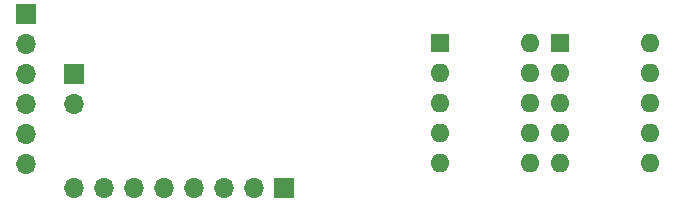
<source format=gbr>
%TF.GenerationSoftware,KiCad,Pcbnew,5.1.9-73d0e3b20d~88~ubuntu20.04.1*%
%TF.CreationDate,2021-03-07T16:38:01-05:00*%
%TF.ProjectId,hexdisplay8,68657864-6973-4706-9c61-79382e6b6963,rev?*%
%TF.SameCoordinates,Original*%
%TF.FileFunction,Soldermask,Bot*%
%TF.FilePolarity,Negative*%
%FSLAX46Y46*%
G04 Gerber Fmt 4.6, Leading zero omitted, Abs format (unit mm)*
G04 Created by KiCad (PCBNEW 5.1.9-73d0e3b20d~88~ubuntu20.04.1) date 2021-03-07 16:38:01*
%MOMM*%
%LPD*%
G01*
G04 APERTURE LIST*
%ADD10O,1.600000X1.600000*%
%ADD11R,1.600000X1.600000*%
%ADD12R,1.700000X1.700000*%
%ADD13O,1.700000X1.700000*%
G04 APERTURE END LIST*
D10*
%TO.C,J1*%
X180820000Y-107700000D03*
X173200000Y-117860000D03*
X180820000Y-110240000D03*
X173200000Y-115320000D03*
X180820000Y-112780000D03*
X173200000Y-112780000D03*
X180820000Y-115320000D03*
X173200000Y-110240000D03*
X180820000Y-117860000D03*
D11*
X173200000Y-107700000D03*
%TD*%
%TO.C,J2*%
X183360000Y-107700000D03*
D10*
X190980000Y-117860000D03*
X183360000Y-110240000D03*
X190980000Y-115320000D03*
X183360000Y-112780000D03*
X190980000Y-112780000D03*
X183360000Y-115320000D03*
X190980000Y-110240000D03*
X183360000Y-117860000D03*
X190980000Y-107700000D03*
%TD*%
D12*
%TO.C,J3*%
X142220000Y-110360000D03*
D13*
X142220000Y-112900000D03*
%TD*%
D12*
%TO.C,J4*%
X160000000Y-120000000D03*
D13*
X157460000Y-120000000D03*
X154920000Y-120000000D03*
X152380000Y-120000000D03*
X149840000Y-120000000D03*
X147300000Y-120000000D03*
X144760000Y-120000000D03*
X142220000Y-120000000D03*
%TD*%
D12*
%TO.C,J5*%
X138200000Y-105280000D03*
D13*
X138200000Y-107820000D03*
X138200000Y-110360000D03*
X138200000Y-112900000D03*
X138200000Y-115440000D03*
X138200000Y-117980000D03*
%TD*%
M02*

</source>
